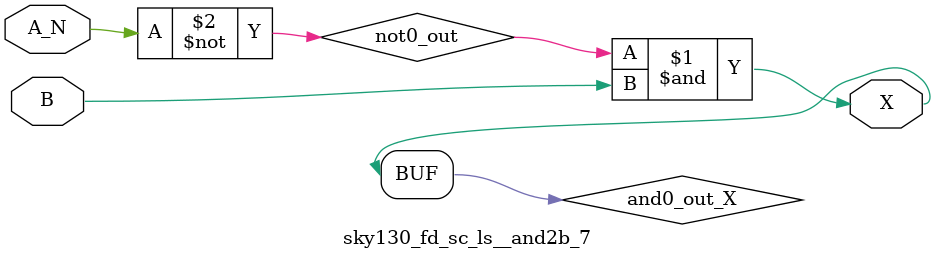
<source format=v>
module sky130_fd_sc_ls__and2b_7 (
    X  ,
    A_N,
    B
);
    output X  ;
    input  A_N;
    input  B  ;
    wire not0_out  ;
    wire and0_out_X;
    not not0 (not0_out  , A_N            );
    and and0 (and0_out_X, not0_out, B    );
    buf buf0 (X         , and0_out_X     );
endmodule
</source>
